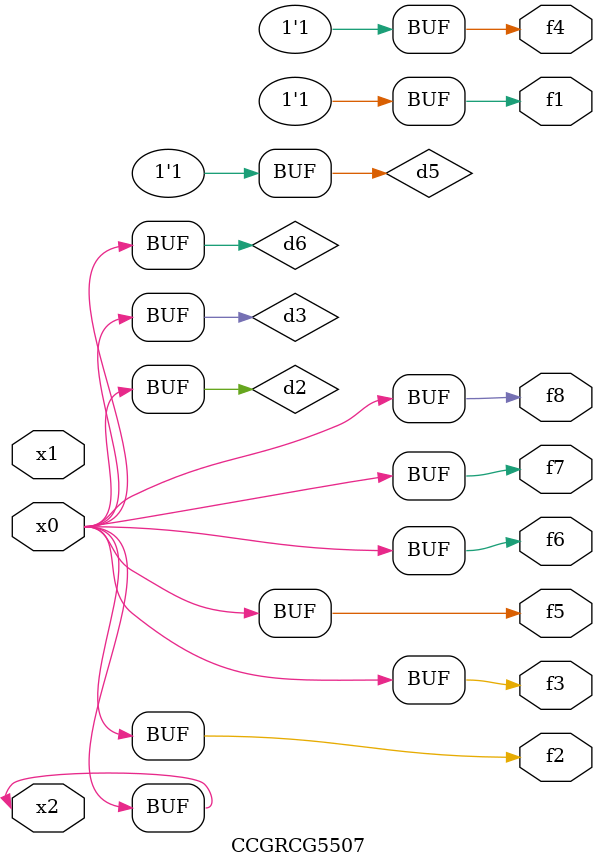
<source format=v>
module CCGRCG5507(
	input x0, x1, x2,
	output f1, f2, f3, f4, f5, f6, f7, f8
);

	wire d1, d2, d3, d4, d5, d6;

	xnor (d1, x2);
	buf (d2, x0, x2);
	and (d3, x0);
	xnor (d4, x1, x2);
	nand (d5, d1, d3);
	buf (d6, d2, d3);
	assign f1 = d5;
	assign f2 = d6;
	assign f3 = d6;
	assign f4 = d5;
	assign f5 = d6;
	assign f6 = d6;
	assign f7 = d6;
	assign f8 = d6;
endmodule

</source>
